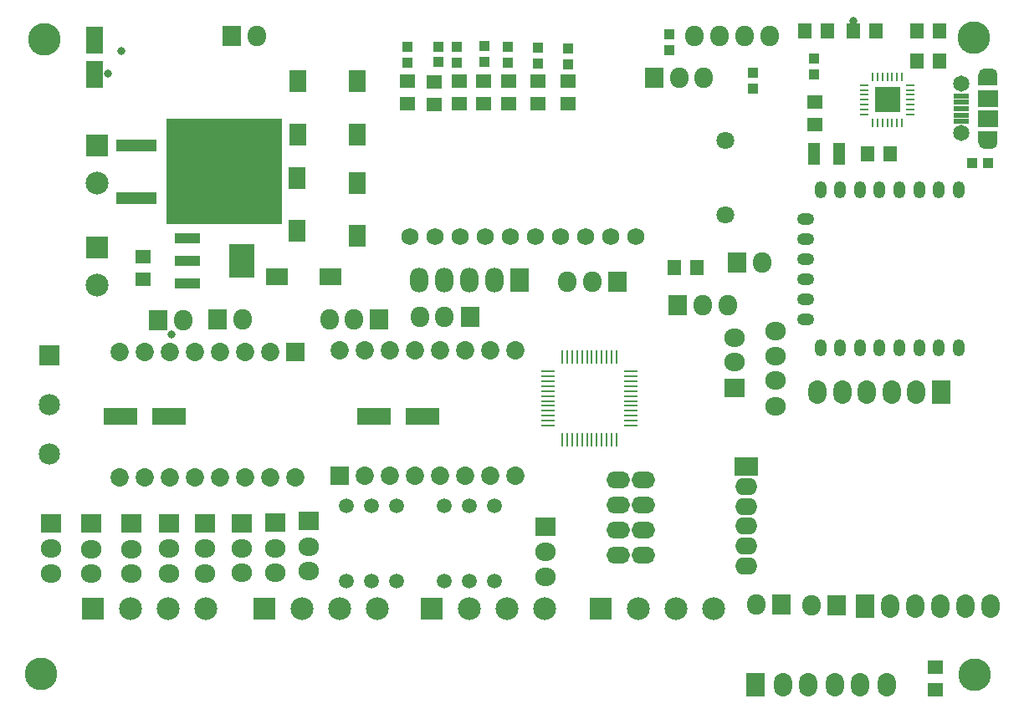
<source format=gts>
G04*
G04 #@! TF.GenerationSoftware,Altium Limited,Altium Designer,18.1.6 (161)*
G04*
G04 Layer_Color=8388736*
%FSTAX24Y24*%
%MOIN*%
G70*
G01*
G75*
%ADD18O,0.0750X0.0480*%
%ADD22R,0.0500X0.0870*%
%ADD32R,0.0080X0.0380*%
%ADD33R,0.0380X0.0080*%
%ADD37R,0.0580X0.0090*%
%ADD38R,0.0090X0.0580*%
%ADD41R,0.0830X0.0670*%
%ADD42R,0.0610X0.0240*%
%ADD43R,0.0867X0.0671*%
%ADD44R,0.0671X0.0867*%
%ADD45R,0.1320X0.0710*%
%ADD46R,0.0580X0.0630*%
%ADD47R,0.1620X0.0470*%
%ADD48R,0.4590X0.4190*%
%ADD49R,0.0630X0.0580*%
%ADD50O,0.0880X0.0680*%
%ADD51R,0.0930X0.0730*%
%ADD52R,0.0395X0.0395*%
%ADD53R,0.0395X0.0395*%
%ADD54R,0.0710X0.1084*%
%ADD55R,0.1000X0.1000*%
%ADD56O,0.0480X0.0680*%
%ADD57O,0.0680X0.0480*%
%ADD58O,0.0680X0.0480*%
%ADD59R,0.1040X0.1320*%
%ADD60R,0.1040X0.0410*%
%ADD61C,0.0907*%
%ADD62R,0.0907X0.0907*%
%ADD63C,0.0650*%
%ADD64C,0.0320*%
%ADD65R,0.0907X0.0907*%
%ADD66O,0.0830X0.0730*%
%ADD67R,0.0830X0.0730*%
%ADD68O,0.0730X0.0830*%
%ADD69R,0.0730X0.0830*%
%ADD70C,0.1300*%
%ADD71C,0.0730*%
%ADD72R,0.0730X0.0730*%
%ADD73C,0.0680*%
%ADD74O,0.0940X0.0680*%
%ADD75C,0.0592*%
%ADD76C,0.0709*%
%ADD77O,0.0730X0.0980*%
%ADD78R,0.0730X0.0980*%
%ADD79O,0.0730X0.0930*%
%ADD80R,0.0730X0.0930*%
%ADD81O,0.0730X0.0930*%
%ADD82R,0.0730X0.0930*%
%ADD83C,0.0848*%
%ADD84R,0.0848X0.0848*%
%ADD85C,0.0316*%
G36*
X047015Y0306D02*
X046265D01*
Y03014D01*
X047015D01*
Y0306D01*
D02*
G37*
G36*
Y032436D02*
X046265D01*
Y032896D01*
X047015D01*
Y032436D01*
D02*
G37*
D18*
X04664Y03014D02*
D03*
Y032896D02*
D03*
D22*
X04073Y02973D02*
D03*
X03971D02*
D03*
D32*
X043231Y030955D02*
D03*
X043034D02*
D03*
X042837D02*
D03*
X04264D02*
D03*
X042443D02*
D03*
X042246D02*
D03*
X042049D02*
D03*
Y032785D02*
D03*
X042246D02*
D03*
X042443D02*
D03*
X04264D02*
D03*
X042837D02*
D03*
X043034D02*
D03*
X043231D02*
D03*
D33*
X041725Y031279D02*
D03*
Y031476D02*
D03*
Y031673D02*
D03*
Y03187D02*
D03*
Y032067D02*
D03*
Y032264D02*
D03*
Y032461D02*
D03*
X043555D02*
D03*
Y032264D02*
D03*
Y032067D02*
D03*
Y03187D02*
D03*
Y031673D02*
D03*
Y031476D02*
D03*
Y031279D02*
D03*
D37*
X02911Y021043D02*
D03*
Y020846D02*
D03*
Y020649D02*
D03*
Y020452D02*
D03*
Y020255D02*
D03*
Y020058D02*
D03*
Y019862D02*
D03*
Y019665D02*
D03*
Y019468D02*
D03*
Y019271D02*
D03*
Y019074D02*
D03*
Y018877D02*
D03*
X03243D02*
D03*
Y019074D02*
D03*
Y019271D02*
D03*
Y019468D02*
D03*
Y019665D02*
D03*
Y019862D02*
D03*
Y020058D02*
D03*
Y020255D02*
D03*
Y020452D02*
D03*
Y020649D02*
D03*
Y020846D02*
D03*
Y021043D02*
D03*
D38*
X029687Y0183D02*
D03*
X029884D02*
D03*
X030081D02*
D03*
X030278D02*
D03*
X030475D02*
D03*
X030672D02*
D03*
X030868D02*
D03*
X031065D02*
D03*
X031262D02*
D03*
X031459D02*
D03*
X031656D02*
D03*
X031853D02*
D03*
Y02162D02*
D03*
X031656D02*
D03*
X031459D02*
D03*
X031262D02*
D03*
X031065D02*
D03*
X030868D02*
D03*
X030672D02*
D03*
X030475D02*
D03*
X030278D02*
D03*
X030081D02*
D03*
X029884D02*
D03*
X029687D02*
D03*
D41*
X04664Y031911D02*
D03*
Y031124D02*
D03*
D42*
X045587Y032029D02*
D03*
Y031774D02*
D03*
Y031518D02*
D03*
Y031262D02*
D03*
Y031006D02*
D03*
D43*
X020453Y02483D02*
D03*
X018327D02*
D03*
D44*
X02152Y028563D02*
D03*
Y026437D02*
D03*
X01913Y028763D02*
D03*
Y026637D02*
D03*
X02152Y032613D02*
D03*
Y030487D02*
D03*
X01917Y030477D02*
D03*
Y032603D02*
D03*
D45*
X024119Y01926D02*
D03*
X02219D02*
D03*
X01401D02*
D03*
X012081D02*
D03*
D46*
X04276Y02971D02*
D03*
X04186D02*
D03*
X03506Y02518D02*
D03*
X03416D02*
D03*
X04473Y03342D02*
D03*
X04383D02*
D03*
X04473Y03461D02*
D03*
X04383D02*
D03*
X0422Y03462D02*
D03*
X0413D02*
D03*
X04025D02*
D03*
X03935D02*
D03*
D47*
X012735Y027961D02*
D03*
Y030039D02*
D03*
D48*
X01623Y029D02*
D03*
D49*
X02353Y03263D02*
D03*
Y03173D02*
D03*
X02655Y03261D02*
D03*
Y03171D02*
D03*
X02755D02*
D03*
Y03261D02*
D03*
X02993Y03172D02*
D03*
Y03262D02*
D03*
X02559Y03171D02*
D03*
Y03261D02*
D03*
X02872Y032613D02*
D03*
Y031713D02*
D03*
X03974Y03178D02*
D03*
Y03088D02*
D03*
X0246Y03169D02*
D03*
Y03259D02*
D03*
X01298Y02561D02*
D03*
Y02471D02*
D03*
X04456Y00835D02*
D03*
Y00925D02*
D03*
D50*
X03702Y013295D02*
D03*
Y014083D02*
D03*
Y01487D02*
D03*
Y015657D02*
D03*
Y016445D02*
D03*
D51*
Y017232D02*
D03*
D52*
X02351Y033345D02*
D03*
Y033975D02*
D03*
X02548Y033358D02*
D03*
Y033988D02*
D03*
X02474Y033365D02*
D03*
Y033995D02*
D03*
X03971Y03289D02*
D03*
Y03352D02*
D03*
X02753Y033351D02*
D03*
Y033981D02*
D03*
X03394Y033835D02*
D03*
Y034465D02*
D03*
X0266Y033395D02*
D03*
Y034025D02*
D03*
X02871Y03332D02*
D03*
Y03395D02*
D03*
X029915Y03329D02*
D03*
Y03392D02*
D03*
X03729Y032945D02*
D03*
Y032315D02*
D03*
D53*
X046665Y02935D02*
D03*
X046035D02*
D03*
D54*
X01107Y034259D02*
D03*
Y032881D02*
D03*
D55*
X04264Y03187D02*
D03*
D56*
X039973Y02828D02*
D03*
X04076D02*
D03*
X041548D02*
D03*
X042335D02*
D03*
X045485D02*
D03*
X043123D02*
D03*
X04391D02*
D03*
X044697D02*
D03*
X045485Y021981D02*
D03*
X044697D02*
D03*
X04391D02*
D03*
X043123D02*
D03*
X042335D02*
D03*
X041548D02*
D03*
X04076D02*
D03*
X039973D02*
D03*
D57*
X039393Y02711D02*
D03*
Y02631D02*
D03*
Y02473D02*
D03*
Y02393D02*
D03*
Y02313D02*
D03*
D58*
Y02551D02*
D03*
D59*
X01691Y02546D02*
D03*
D60*
X01474Y024558D02*
D03*
Y02546D02*
D03*
Y026362D02*
D03*
D61*
X01114Y02449D02*
D03*
X032722Y011575D02*
D03*
X034222D02*
D03*
X035722D02*
D03*
X0155Y01158D02*
D03*
X014D02*
D03*
X0125D02*
D03*
X022337Y011575D02*
D03*
X020837D02*
D03*
X019337D02*
D03*
X028992D02*
D03*
X027492D02*
D03*
X025992D02*
D03*
X011169Y02856D02*
D03*
D62*
X01114Y02599D02*
D03*
X011169Y03006D02*
D03*
D63*
X045577Y032502D02*
D03*
Y030533D02*
D03*
D64*
X046775Y032896D02*
D03*
X046505D02*
D03*
X046775Y03014D02*
D03*
X046505D02*
D03*
D65*
X031222Y011575D02*
D03*
X011Y01158D02*
D03*
X017837Y011575D02*
D03*
X024492D02*
D03*
D66*
X02903Y01286D02*
D03*
Y01384D02*
D03*
X0382Y01966D02*
D03*
Y02067D02*
D03*
Y02165D02*
D03*
Y02266D02*
D03*
X01692Y01398D02*
D03*
Y013D02*
D03*
X01547Y01397D02*
D03*
Y01299D02*
D03*
X0196Y01406D02*
D03*
Y01308D02*
D03*
X01827Y01399D02*
D03*
Y01301D02*
D03*
X01093Y01396D02*
D03*
Y01298D02*
D03*
X00932Y01397D02*
D03*
Y01299D02*
D03*
X01402Y01397D02*
D03*
Y01299D02*
D03*
X01252Y01396D02*
D03*
Y01298D02*
D03*
X03656Y0214D02*
D03*
Y02238D02*
D03*
D67*
X02903Y01485D02*
D03*
X01692Y01499D02*
D03*
X01547Y01498D02*
D03*
X0196Y01507D02*
D03*
X01827Y015D02*
D03*
X01093Y01497D02*
D03*
X00932Y01498D02*
D03*
X01402D02*
D03*
X01252Y01497D02*
D03*
X03656Y02039D02*
D03*
D68*
X01695Y0231D02*
D03*
X01752Y03441D02*
D03*
X03795Y03442D02*
D03*
X03694D02*
D03*
X03596D02*
D03*
X03495D02*
D03*
X03767Y02537D02*
D03*
X03741Y01175D02*
D03*
X03962Y01172D02*
D03*
X03435Y03275D02*
D03*
X03533D02*
D03*
X0353Y02368D02*
D03*
X03628D02*
D03*
X01459Y02308D02*
D03*
X02139Y02312D02*
D03*
X02041D02*
D03*
X025Y02322D02*
D03*
X02402D02*
D03*
X0299Y02462D02*
D03*
X03088D02*
D03*
D69*
X01594Y0231D02*
D03*
X01651Y03441D02*
D03*
X03666Y02537D02*
D03*
X03842Y01175D02*
D03*
X04063Y01172D02*
D03*
X03334Y03275D02*
D03*
X03429Y02368D02*
D03*
X01358Y02308D02*
D03*
X0224Y02312D02*
D03*
X02601Y02322D02*
D03*
X03189Y02462D02*
D03*
D70*
X00906Y03427D02*
D03*
X0461Y03436D02*
D03*
X04612Y00894D02*
D03*
X00891Y00897D02*
D03*
D71*
X02783Y02188D02*
D03*
X02683D02*
D03*
X02583D02*
D03*
X02483D02*
D03*
X02083D02*
D03*
X02183D02*
D03*
X02283D02*
D03*
X02183Y01688D02*
D03*
X02283D02*
D03*
X02783D02*
D03*
X02683D02*
D03*
X02583D02*
D03*
X02483D02*
D03*
X02383Y02188D02*
D03*
Y01688D02*
D03*
X01207Y01683D02*
D03*
X01307D02*
D03*
X01407D02*
D03*
X01507D02*
D03*
X01907D02*
D03*
X01807D02*
D03*
X01707D02*
D03*
X01807Y02183D02*
D03*
X01707D02*
D03*
X01207D02*
D03*
X01307D02*
D03*
X01407D02*
D03*
X01507D02*
D03*
X01607Y01683D02*
D03*
Y02183D02*
D03*
D72*
X02083Y01688D02*
D03*
X01907Y02183D02*
D03*
D73*
X02362Y02642D02*
D03*
X02462D02*
D03*
X02562D02*
D03*
X02662D02*
D03*
X02762D02*
D03*
X02862D02*
D03*
X02962D02*
D03*
X03062D02*
D03*
X03162D02*
D03*
X03262D02*
D03*
D74*
X03193Y0147D02*
D03*
Y0137D02*
D03*
X03293Y0167D02*
D03*
Y0157D02*
D03*
Y0147D02*
D03*
Y0137D02*
D03*
X03193Y0157D02*
D03*
Y0167D02*
D03*
D75*
X024995Y012673D02*
D03*
X025995D02*
D03*
X026995D02*
D03*
Y015673D02*
D03*
X025995D02*
D03*
X024995D02*
D03*
X021095Y012673D02*
D03*
X022095D02*
D03*
X023095D02*
D03*
Y015673D02*
D03*
X022095D02*
D03*
X021095D02*
D03*
D76*
X03619Y030262D02*
D03*
Y02727D02*
D03*
D77*
X02398Y02469D02*
D03*
X02698D02*
D03*
X02598D02*
D03*
X02498D02*
D03*
D78*
X02798D02*
D03*
D79*
X04577Y01169D02*
D03*
X04277D02*
D03*
X04377D02*
D03*
X04477D02*
D03*
X04677D02*
D03*
D80*
X04177D02*
D03*
D81*
X039857Y02022D02*
D03*
X040841D02*
D03*
X041826D02*
D03*
X04281D02*
D03*
X043794D02*
D03*
X03849Y00854D02*
D03*
X03949D02*
D03*
X04054D02*
D03*
X04156D02*
D03*
X04262D02*
D03*
D82*
X044778Y02022D02*
D03*
X03739Y00854D02*
D03*
D83*
X00927Y019728D02*
D03*
Y01776D02*
D03*
D84*
Y021697D02*
D03*
D85*
X012125Y03383D02*
D03*
X01159Y032905D02*
D03*
X014115Y022513D02*
D03*
X04128Y03503D02*
D03*
M02*

</source>
